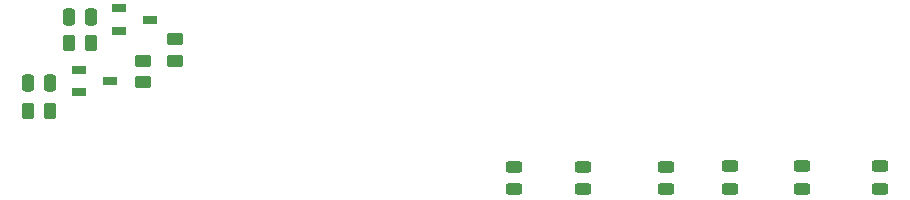
<source format=gbr>
%TF.GenerationSoftware,KiCad,Pcbnew,7.0.5-4d25ed1034~172~ubuntu22.04.1*%
%TF.CreationDate,2023-06-16T00:18:41+02:00*%
%TF.ProjectId,guitarra,67756974-6172-4726-912e-6b696361645f,rev?*%
%TF.SameCoordinates,Original*%
%TF.FileFunction,Paste,Top*%
%TF.FilePolarity,Positive*%
%FSLAX46Y46*%
G04 Gerber Fmt 4.6, Leading zero omitted, Abs format (unit mm)*
G04 Created by KiCad (PCBNEW 7.0.5-4d25ed1034~172~ubuntu22.04.1) date 2023-06-16 00:18:41*
%MOMM*%
%LPD*%
G01*
G04 APERTURE LIST*
G04 Aperture macros list*
%AMRoundRect*
0 Rectangle with rounded corners*
0 $1 Rounding radius*
0 $2 $3 $4 $5 $6 $7 $8 $9 X,Y pos of 4 corners*
0 Add a 4 corners polygon primitive as box body*
4,1,4,$2,$3,$4,$5,$6,$7,$8,$9,$2,$3,0*
0 Add four circle primitives for the rounded corners*
1,1,$1+$1,$2,$3*
1,1,$1+$1,$4,$5*
1,1,$1+$1,$6,$7*
1,1,$1+$1,$8,$9*
0 Add four rect primitives between the rounded corners*
20,1,$1+$1,$2,$3,$4,$5,0*
20,1,$1+$1,$4,$5,$6,$7,0*
20,1,$1+$1,$6,$7,$8,$9,0*
20,1,$1+$1,$8,$9,$2,$3,0*%
G04 Aperture macros list end*
%ADD10RoundRect,0.250000X-0.250000X-0.475000X0.250000X-0.475000X0.250000X0.475000X-0.250000X0.475000X0*%
%ADD11RoundRect,0.250000X-0.262500X-0.450000X0.262500X-0.450000X0.262500X0.450000X-0.262500X0.450000X0*%
%ADD12RoundRect,0.243750X-0.456250X0.243750X-0.456250X-0.243750X0.456250X-0.243750X0.456250X0.243750X0*%
%ADD13R,1.220000X0.650000*%
%ADD14RoundRect,0.243750X0.456250X-0.243750X0.456250X0.243750X-0.456250X0.243750X-0.456250X-0.243750X0*%
%ADD15RoundRect,0.250000X0.450000X-0.262500X0.450000X0.262500X-0.450000X0.262500X-0.450000X-0.262500X0*%
%ADD16RoundRect,0.250000X-0.450000X0.262500X-0.450000X-0.262500X0.450000X-0.262500X0.450000X0.262500X0*%
G04 APERTURE END LIST*
D10*
%TO.C,C1*%
X94150000Y-47800000D03*
X96050000Y-47800000D03*
%TD*%
%TO.C,C2*%
X97650000Y-42200000D03*
X99550000Y-42200000D03*
%TD*%
D11*
%TO.C,R4*%
X97687500Y-44400000D03*
X99512500Y-44400000D03*
%TD*%
D12*
%TO.C,D2*%
X153600000Y-54825000D03*
X153600000Y-56700000D03*
%TD*%
D13*
%TO.C,Q1*%
X101890000Y-41450000D03*
X101890000Y-43350000D03*
X104510000Y-42400000D03*
%TD*%
D12*
%TO.C,D1*%
X141150000Y-54875000D03*
X141150000Y-56750000D03*
%TD*%
D14*
%TO.C,D6*%
X135300000Y-56775000D03*
X135300000Y-54900000D03*
%TD*%
D15*
%TO.C,R2*%
X106650000Y-45862500D03*
X106650000Y-44037500D03*
%TD*%
D14*
%TO.C,D4*%
X148190000Y-56750000D03*
X148190000Y-54875000D03*
%TD*%
D13*
%TO.C,Q2*%
X98490000Y-46650000D03*
X98490000Y-48550000D03*
X101110000Y-47600000D03*
%TD*%
D16*
%TO.C,R1*%
X103900000Y-45887500D03*
X103900000Y-47712500D03*
%TD*%
D11*
%TO.C,R3*%
X94187500Y-50100000D03*
X96012500Y-50100000D03*
%TD*%
D14*
%TO.C,D5*%
X159750000Y-56700000D03*
X159750000Y-54825000D03*
%TD*%
D12*
%TO.C,D3*%
X166350000Y-54825000D03*
X166350000Y-56700000D03*
%TD*%
M02*

</source>
